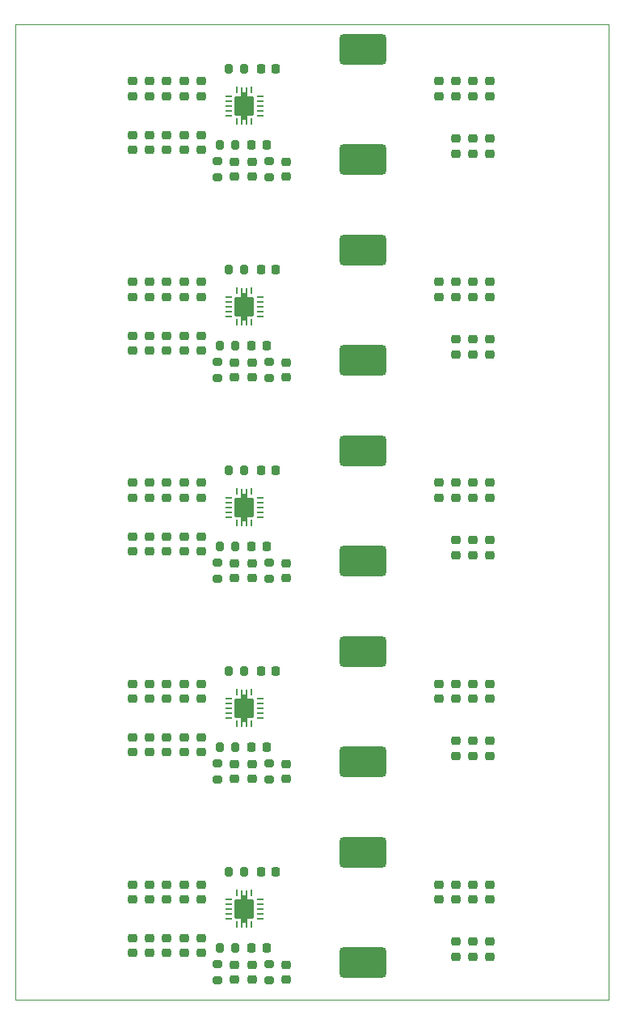
<source format=gtp>
G04 #@! TF.GenerationSoftware,KiCad,Pcbnew,9.0.4*
G04 #@! TF.CreationDate,2025-09-21T01:50:15+05:30*
G04 #@! TF.ProjectId,panel,70616e65-6c2e-46b6-9963-61645f706362,rev?*
G04 #@! TF.SameCoordinates,Original*
G04 #@! TF.FileFunction,Paste,Top*
G04 #@! TF.FilePolarity,Positive*
%FSLAX46Y46*%
G04 Gerber Fmt 4.6, Leading zero omitted, Abs format (unit mm)*
G04 Created by KiCad (PCBNEW 9.0.4) date 2025-09-21 01:50:15*
%MOMM*%
%LPD*%
G01*
G04 APERTURE LIST*
G04 Aperture macros list*
%AMRoundRect*
0 Rectangle with rounded corners*
0 $1 Rounding radius*
0 $2 $3 $4 $5 $6 $7 $8 $9 X,Y pos of 4 corners*
0 Add a 4 corners polygon primitive as box body*
4,1,4,$2,$3,$4,$5,$6,$7,$8,$9,$2,$3,0*
0 Add four circle primitives for the rounded corners*
1,1,$1+$1,$2,$3*
1,1,$1+$1,$4,$5*
1,1,$1+$1,$6,$7*
1,1,$1+$1,$8,$9*
0 Add four rect primitives between the rounded corners*
20,1,$1+$1,$2,$3,$4,$5,0*
20,1,$1+$1,$4,$5,$6,$7,0*
20,1,$1+$1,$6,$7,$8,$9,0*
20,1,$1+$1,$8,$9,$2,$3,0*%
G04 Aperture macros list end*
%ADD10RoundRect,0.225000X0.250000X-0.225000X0.250000X0.225000X-0.250000X0.225000X-0.250000X-0.225000X0*%
%ADD11RoundRect,0.225000X-0.250000X0.225000X-0.250000X-0.225000X0.250000X-0.225000X0.250000X0.225000X0*%
%ADD12RoundRect,0.050000X-0.050000X-1.900000X0.050000X-1.900000X0.050000X1.900000X-0.050000X1.900000X0*%
%ADD13R,0.550000X0.467500*%
%ADD14RoundRect,0.120000X-0.905000X-0.905000X0.905000X-0.905000X0.905000X0.905000X-0.905000X0.905000X0*%
%ADD15RoundRect,0.050000X0.070000X-0.250000X0.070000X0.250000X-0.070000X0.250000X-0.070000X-0.250000X0*%
%ADD16RoundRect,0.050000X-0.250000X-0.070000X0.250000X-0.070000X0.250000X0.070000X-0.250000X0.070000X0*%
%ADD17RoundRect,0.050000X-0.070000X0.250000X-0.070000X-0.250000X0.070000X-0.250000X0.070000X0.250000X0*%
%ADD18RoundRect,0.483900X-1.992600X1.129100X-1.992600X-1.129100X1.992600X-1.129100X1.992600X1.129100X0*%
%ADD19RoundRect,0.200000X-0.275000X0.200000X-0.275000X-0.200000X0.275000X-0.200000X0.275000X0.200000X0*%
%ADD20RoundRect,0.200000X-0.200000X-0.275000X0.200000X-0.275000X0.200000X0.275000X-0.200000X0.275000X0*%
%ADD21RoundRect,0.225000X-0.225000X-0.250000X0.225000X-0.250000X0.225000X0.250000X-0.225000X0.250000X0*%
%ADD22RoundRect,0.200000X0.275000X-0.200000X0.275000X0.200000X-0.275000X0.200000X-0.275000X-0.200000X0*%
G04 #@! TA.AperFunction,Profile*
%ADD23C,0.050000*%
G04 #@! TD*
G04 APERTURE END LIST*
D10*
X132900000Y-104875000D03*
X132900000Y-106425000D03*
X166750000Y-105275000D03*
X166750000Y-106825000D03*
D11*
X140000000Y-109225000D03*
X140000000Y-107675000D03*
D10*
X145400000Y-107675000D03*
X145400000Y-109225000D03*
D11*
X161350000Y-100825000D03*
X161350000Y-99275000D03*
D10*
X163150000Y-105275000D03*
X163150000Y-106825000D03*
X136500000Y-104875000D03*
X136500000Y-106425000D03*
D11*
X134700000Y-100825000D03*
X134700000Y-99275000D03*
D10*
X129300000Y-104875000D03*
X129300000Y-106425000D03*
D12*
X141275000Y-101850000D03*
D13*
X141000000Y-103053800D03*
D14*
X141000000Y-101850000D03*
D13*
X141000000Y-100646200D03*
D12*
X140725000Y-101850000D03*
D15*
X141750000Y-100200000D03*
D16*
X142650000Y-100850000D03*
X142650000Y-101350000D03*
X142650000Y-101850000D03*
X142650000Y-102350000D03*
X142650000Y-102850000D03*
D17*
X141750000Y-103500000D03*
X140250000Y-103500000D03*
D16*
X139350000Y-102850000D03*
X139350000Y-102350000D03*
X139350000Y-101850000D03*
X139350000Y-101350000D03*
X139350000Y-100850000D03*
D15*
X140250000Y-100200000D03*
D18*
X153450000Y-107453000D03*
X153450000Y-95947000D03*
D19*
X143600000Y-109275000D03*
X143600000Y-107625000D03*
D20*
X141025000Y-98000000D03*
X139375000Y-98000000D03*
D10*
X134700000Y-104875000D03*
X134700000Y-106425000D03*
X131100000Y-104875000D03*
X131100000Y-106425000D03*
D11*
X136500000Y-100825000D03*
X136500000Y-99275000D03*
X163150000Y-100825000D03*
X163150000Y-99275000D03*
D21*
X143325000Y-105900000D03*
X141775000Y-105900000D03*
D11*
X132900000Y-100825000D03*
X132900000Y-99275000D03*
X164950000Y-100825000D03*
X164950000Y-99275000D03*
X141800000Y-109225000D03*
X141800000Y-107675000D03*
D20*
X140075000Y-105900000D03*
X138425000Y-105900000D03*
D10*
X164950000Y-105275000D03*
X164950000Y-106825000D03*
D11*
X166750000Y-100825000D03*
X166750000Y-99275000D03*
X131100000Y-100825000D03*
X131100000Y-99275000D03*
X129300000Y-100825000D03*
X129300000Y-99275000D03*
D21*
X144275000Y-98000000D03*
X142725000Y-98000000D03*
D22*
X138200000Y-107625000D03*
X138200000Y-109275000D03*
D10*
X132900000Y-83875000D03*
X132900000Y-85425000D03*
X166750000Y-84275000D03*
X166750000Y-85825000D03*
D11*
X140000000Y-88225000D03*
X140000000Y-86675000D03*
D10*
X145400000Y-86675000D03*
X145400000Y-88225000D03*
D11*
X161350000Y-79825000D03*
X161350000Y-78275000D03*
D10*
X163150000Y-84275000D03*
X163150000Y-85825000D03*
X136500000Y-83875000D03*
X136500000Y-85425000D03*
D11*
X134700000Y-79825000D03*
X134700000Y-78275000D03*
D10*
X129300000Y-83875000D03*
X129300000Y-85425000D03*
D12*
X141275000Y-80850000D03*
D13*
X141000000Y-82053800D03*
D14*
X141000000Y-80850000D03*
D13*
X141000000Y-79646200D03*
D12*
X140725000Y-80850000D03*
D15*
X141750000Y-79200000D03*
D16*
X142650000Y-79850000D03*
X142650000Y-80350000D03*
X142650000Y-80850000D03*
X142650000Y-81350000D03*
X142650000Y-81850000D03*
D17*
X141750000Y-82500000D03*
X140250000Y-82500000D03*
D16*
X139350000Y-81850000D03*
X139350000Y-81350000D03*
X139350000Y-80850000D03*
X139350000Y-80350000D03*
X139350000Y-79850000D03*
D15*
X140250000Y-79200000D03*
D18*
X153450000Y-86453000D03*
X153450000Y-74947000D03*
D19*
X143600000Y-88275000D03*
X143600000Y-86625000D03*
D20*
X141025000Y-77000000D03*
X139375000Y-77000000D03*
D10*
X134700000Y-83875000D03*
X134700000Y-85425000D03*
X131100000Y-83875000D03*
X131100000Y-85425000D03*
D11*
X136500000Y-79825000D03*
X136500000Y-78275000D03*
X163150000Y-79825000D03*
X163150000Y-78275000D03*
D21*
X143325000Y-84900000D03*
X141775000Y-84900000D03*
D11*
X132900000Y-79825000D03*
X132900000Y-78275000D03*
X164950000Y-79825000D03*
X164950000Y-78275000D03*
X141800000Y-88225000D03*
X141800000Y-86675000D03*
D20*
X140075000Y-84900000D03*
X138425000Y-84900000D03*
D10*
X164950000Y-84275000D03*
X164950000Y-85825000D03*
D11*
X166750000Y-79825000D03*
X166750000Y-78275000D03*
X131100000Y-79825000D03*
X131100000Y-78275000D03*
X129300000Y-79825000D03*
X129300000Y-78275000D03*
D21*
X144275000Y-77000000D03*
X142725000Y-77000000D03*
D22*
X138200000Y-86625000D03*
X138200000Y-88275000D03*
D10*
X132900000Y-62875000D03*
X132900000Y-64425000D03*
X166750000Y-63275000D03*
X166750000Y-64825000D03*
D11*
X140000000Y-67225000D03*
X140000000Y-65675000D03*
D10*
X145400000Y-65675000D03*
X145400000Y-67225000D03*
D11*
X161350000Y-58825000D03*
X161350000Y-57275000D03*
D10*
X163150000Y-63275000D03*
X163150000Y-64825000D03*
X136500000Y-62875000D03*
X136500000Y-64425000D03*
D11*
X134700000Y-58825000D03*
X134700000Y-57275000D03*
D10*
X129300000Y-62875000D03*
X129300000Y-64425000D03*
D12*
X141275000Y-59850000D03*
D13*
X141000000Y-61053800D03*
D14*
X141000000Y-59850000D03*
D13*
X141000000Y-58646200D03*
D12*
X140725000Y-59850000D03*
D15*
X141750000Y-58200000D03*
D16*
X142650000Y-58850000D03*
X142650000Y-59350000D03*
X142650000Y-59850000D03*
X142650000Y-60350000D03*
X142650000Y-60850000D03*
D17*
X141750000Y-61500000D03*
X140250000Y-61500000D03*
D16*
X139350000Y-60850000D03*
X139350000Y-60350000D03*
X139350000Y-59850000D03*
X139350000Y-59350000D03*
X139350000Y-58850000D03*
D15*
X140250000Y-58200000D03*
D18*
X153450000Y-65453000D03*
X153450000Y-53947000D03*
D19*
X143600000Y-67275000D03*
X143600000Y-65625000D03*
D20*
X141025000Y-56000000D03*
X139375000Y-56000000D03*
D10*
X134700000Y-62875000D03*
X134700000Y-64425000D03*
X131100000Y-62875000D03*
X131100000Y-64425000D03*
D11*
X136500000Y-58825000D03*
X136500000Y-57275000D03*
X163150000Y-58825000D03*
X163150000Y-57275000D03*
D21*
X143325000Y-63900000D03*
X141775000Y-63900000D03*
D11*
X132900000Y-58825000D03*
X132900000Y-57275000D03*
X164950000Y-58825000D03*
X164950000Y-57275000D03*
X141800000Y-67225000D03*
X141800000Y-65675000D03*
D20*
X140075000Y-63900000D03*
X138425000Y-63900000D03*
D10*
X164950000Y-63275000D03*
X164950000Y-64825000D03*
D11*
X166750000Y-58825000D03*
X166750000Y-57275000D03*
X131100000Y-58825000D03*
X131100000Y-57275000D03*
X129300000Y-58825000D03*
X129300000Y-57275000D03*
D21*
X144275000Y-56000000D03*
X142725000Y-56000000D03*
D22*
X138200000Y-65625000D03*
X138200000Y-67275000D03*
D10*
X132900000Y-41875000D03*
X132900000Y-43425000D03*
X166750000Y-42275000D03*
X166750000Y-43825000D03*
D11*
X140000000Y-46225000D03*
X140000000Y-44675000D03*
D10*
X145400000Y-44675000D03*
X145400000Y-46225000D03*
D11*
X161350000Y-37825000D03*
X161350000Y-36275000D03*
D10*
X163150000Y-42275000D03*
X163150000Y-43825000D03*
X136500000Y-41875000D03*
X136500000Y-43425000D03*
D11*
X134700000Y-37825000D03*
X134700000Y-36275000D03*
D10*
X129300000Y-41875000D03*
X129300000Y-43425000D03*
D12*
X141275000Y-38850000D03*
D13*
X141000000Y-40053800D03*
D14*
X141000000Y-38850000D03*
D13*
X141000000Y-37646200D03*
D12*
X140725000Y-38850000D03*
D15*
X141750000Y-37200000D03*
D16*
X142650000Y-37850000D03*
X142650000Y-38350000D03*
X142650000Y-38850000D03*
X142650000Y-39350000D03*
X142650000Y-39850000D03*
D17*
X141750000Y-40500000D03*
X140250000Y-40500000D03*
D16*
X139350000Y-39850000D03*
X139350000Y-39350000D03*
X139350000Y-38850000D03*
X139350000Y-38350000D03*
X139350000Y-37850000D03*
D15*
X140250000Y-37200000D03*
D18*
X153450000Y-44453000D03*
X153450000Y-32947000D03*
D19*
X143600000Y-46275000D03*
X143600000Y-44625000D03*
D20*
X141025000Y-35000000D03*
X139375000Y-35000000D03*
D10*
X134700000Y-41875000D03*
X134700000Y-43425000D03*
X131100000Y-41875000D03*
X131100000Y-43425000D03*
D11*
X136500000Y-37825000D03*
X136500000Y-36275000D03*
X163150000Y-37825000D03*
X163150000Y-36275000D03*
D21*
X143325000Y-42900000D03*
X141775000Y-42900000D03*
D11*
X132900000Y-37825000D03*
X132900000Y-36275000D03*
X164950000Y-37825000D03*
X164950000Y-36275000D03*
X141800000Y-46225000D03*
X141800000Y-44675000D03*
D20*
X140075000Y-42900000D03*
X138425000Y-42900000D03*
D10*
X164950000Y-42275000D03*
X164950000Y-43825000D03*
D11*
X166750000Y-37825000D03*
X166750000Y-36275000D03*
X131100000Y-37825000D03*
X131100000Y-36275000D03*
X129300000Y-37825000D03*
X129300000Y-36275000D03*
D21*
X144275000Y-35000000D03*
X142725000Y-35000000D03*
D22*
X138200000Y-44625000D03*
X138200000Y-46275000D03*
X138200000Y-128625000D03*
X138200000Y-130275000D03*
D21*
X144275000Y-119000000D03*
X142725000Y-119000000D03*
D11*
X129300000Y-121825000D03*
X129300000Y-120275000D03*
X131100000Y-121825000D03*
X131100000Y-120275000D03*
X166750000Y-121825000D03*
X166750000Y-120275000D03*
D10*
X164950000Y-126275000D03*
X164950000Y-127825000D03*
D20*
X140075000Y-126900000D03*
X138425000Y-126900000D03*
D11*
X141800000Y-130225000D03*
X141800000Y-128675000D03*
X164950000Y-121825000D03*
X164950000Y-120275000D03*
X132900000Y-121825000D03*
X132900000Y-120275000D03*
D21*
X143325000Y-126900000D03*
X141775000Y-126900000D03*
D11*
X163150000Y-121825000D03*
X163150000Y-120275000D03*
X136500000Y-121825000D03*
X136500000Y-120275000D03*
D10*
X131100000Y-125875000D03*
X131100000Y-127425000D03*
X134700000Y-125875000D03*
X134700000Y-127425000D03*
D20*
X141025000Y-119000000D03*
X139375000Y-119000000D03*
D19*
X143600000Y-130275000D03*
X143600000Y-128625000D03*
D18*
X153450000Y-128453000D03*
X153450000Y-116947000D03*
D12*
X141275000Y-122850000D03*
D13*
X141000000Y-124053800D03*
D14*
X141000000Y-122850000D03*
D13*
X141000000Y-121646200D03*
D12*
X140725000Y-122850000D03*
D15*
X141750000Y-121200000D03*
D16*
X142650000Y-121850000D03*
X142650000Y-122350000D03*
X142650000Y-122850000D03*
X142650000Y-123350000D03*
X142650000Y-123850000D03*
D17*
X141750000Y-124500000D03*
X140250000Y-124500000D03*
D16*
X139350000Y-123850000D03*
X139350000Y-123350000D03*
X139350000Y-122850000D03*
X139350000Y-122350000D03*
X139350000Y-121850000D03*
D15*
X140250000Y-121200000D03*
D10*
X129300000Y-125875000D03*
X129300000Y-127425000D03*
D11*
X134700000Y-121825000D03*
X134700000Y-120275000D03*
D10*
X136500000Y-125875000D03*
X136500000Y-127425000D03*
X163150000Y-126275000D03*
X163150000Y-127825000D03*
D11*
X161350000Y-121825000D03*
X161350000Y-120275000D03*
D10*
X145400000Y-128675000D03*
X145400000Y-130225000D03*
D11*
X140000000Y-130225000D03*
X140000000Y-128675000D03*
D10*
X166750000Y-126275000D03*
X166750000Y-127825000D03*
X132900000Y-125875000D03*
X132900000Y-127425000D03*
D23*
X117000000Y-30300000D02*
X179200000Y-30300000D01*
X179200000Y-132300000D01*
X117000000Y-132300000D01*
X117000000Y-30300000D01*
M02*

</source>
